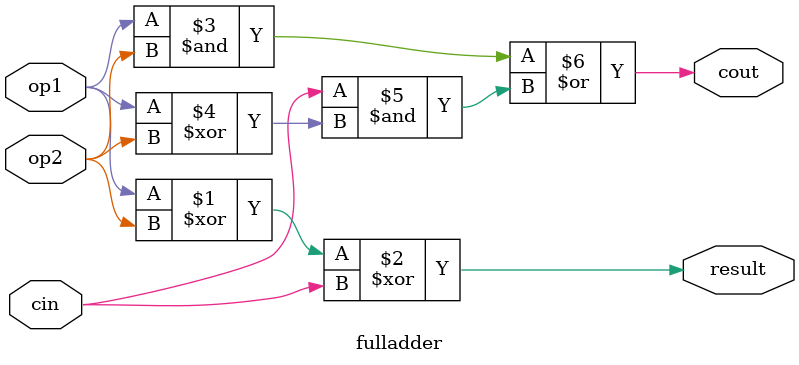
<source format=sv>
`timescale 1ns / 1ps


module fulladder(
    input logic op1, op2, cin,
    output logic result, cout);
    
    assign result = op1 ^ op2 ^ cin;
    assign cout = (op1 & op2) | (cin & (op1 ^ op2));
    
endmodule

</source>
